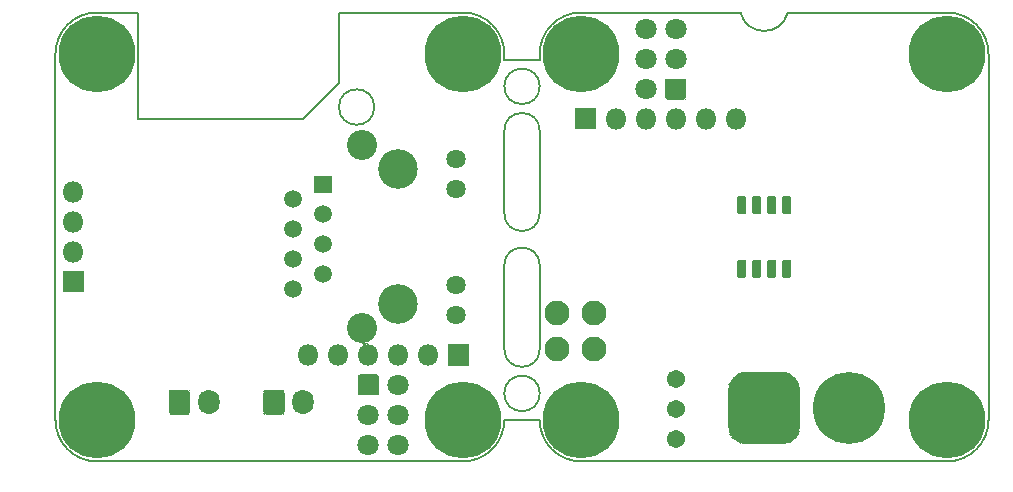
<source format=gbr>
%TF.GenerationSoftware,KiCad,Pcbnew,(5.1.8-0-10_14)*%
%TF.CreationDate,2021-02-10T22:24:43+01:00*%
%TF.ProjectId,ethersweep,65746865-7273-4776-9565-702e6b696361,rev?*%
%TF.SameCoordinates,Original*%
%TF.FileFunction,Soldermask,Bot*%
%TF.FilePolarity,Negative*%
%FSLAX46Y46*%
G04 Gerber Fmt 4.6, Leading zero omitted, Abs format (unit mm)*
G04 Created by KiCad (PCBNEW (5.1.8-0-10_14)) date 2021-02-10 22:24:43*
%MOMM*%
%LPD*%
G01*
G04 APERTURE LIST*
%TA.AperFunction,Profile*%
%ADD10C,0.150000*%
%TD*%
%ADD11C,1.802000*%
%ADD12C,6.502000*%
%ADD13C,0.902000*%
%ADD14O,1.802000X1.802000*%
%ADD15O,1.802000X2.102000*%
%ADD16C,1.500000*%
%ADD17C,1.632000*%
%ADD18C,2.547000*%
%ADD19C,3.352000*%
%ADD20C,1.542000*%
%ADD21C,6.102000*%
%ADD22C,2.102000*%
%ADD23C,0.100000*%
G04 APERTURE END LIST*
D10*
X163500000Y-98000000D02*
G75*
G02*
X160500000Y-98000000I-1500000J0D01*
G01*
X160500000Y-91000000D02*
G75*
G02*
X163500000Y-91000000I1500000J0D01*
G01*
X163500000Y-98000000D02*
X163500000Y-91000000D01*
X160500000Y-91000000D02*
X160500000Y-98000000D01*
X160500000Y-102400000D02*
G75*
G02*
X163500000Y-102400000I1500000J0D01*
G01*
X160500000Y-102400000D02*
X160500000Y-109500000D01*
X163500000Y-109500000D02*
X163500000Y-102400000D01*
X163500000Y-109500000D02*
G75*
G02*
X160500000Y-109500000I-1500000J0D01*
G01*
X163500000Y-87250000D02*
G75*
G03*
X163500000Y-87250000I-1500000J0D01*
G01*
X163500000Y-113250000D02*
G75*
G03*
X163500000Y-113250000I-1500000J0D01*
G01*
X160500000Y-84500000D02*
X160500000Y-85000000D01*
X163500000Y-84500000D02*
X163500000Y-85000000D01*
X160500000Y-115500000D02*
X163500000Y-115500000D01*
X163500000Y-85000000D02*
X160500000Y-85000000D01*
X149500000Y-89000000D02*
G75*
G03*
X149500000Y-89000000I-1500000J0D01*
G01*
X129500000Y-90000000D02*
X129500000Y-81000000D01*
X126000000Y-81000000D02*
X129500000Y-81000000D01*
X126000000Y-81000000D02*
G75*
G03*
X122500000Y-84500000I0J-3500000D01*
G01*
X146500000Y-81000000D02*
X157000000Y-81000000D01*
X143500000Y-90000000D02*
X129500000Y-90000000D01*
X146500000Y-87000000D02*
X143500000Y-90000000D01*
X146500000Y-81000000D02*
X146500000Y-87000000D01*
X180500000Y-81000000D02*
X167000000Y-81000000D01*
X184500000Y-81000000D02*
X198000000Y-81000000D01*
X184500000Y-81000000D02*
G75*
G02*
X180500000Y-81000000I-2000000J500000D01*
G01*
X163500000Y-84500000D02*
G75*
G02*
X167000000Y-81000000I3500000J0D01*
G01*
X201500000Y-115500000D02*
G75*
G02*
X198000000Y-119000000I-3500000J0D01*
G01*
X167000000Y-119000000D02*
G75*
G02*
X163500000Y-115500000I0J3500000D01*
G01*
X167000000Y-119000000D02*
X198000000Y-119000000D01*
X198000000Y-81000000D02*
G75*
G02*
X201500000Y-84500000I0J-3500000D01*
G01*
X201500000Y-115500000D02*
X201500000Y-84500000D01*
X122500000Y-115500000D02*
X122500000Y-84500000D01*
X160500000Y-84500000D02*
G75*
G03*
X157000000Y-81000000I-3500000J0D01*
G01*
X157000000Y-119000000D02*
G75*
G03*
X160500000Y-115500000I0J3500000D01*
G01*
X122500000Y-115500000D02*
G75*
G03*
X126000000Y-119000000I3500000J0D01*
G01*
X157000000Y-119000000D02*
X126000000Y-119000000D01*
X163500000Y-98000000D02*
G75*
G02*
X160500000Y-98000000I-1500000J0D01*
G01*
X160500000Y-91000000D02*
G75*
G02*
X163500000Y-91000000I1500000J0D01*
G01*
X163500000Y-98000000D02*
X163500000Y-91000000D01*
X160500000Y-91000000D02*
X160500000Y-98000000D01*
X160500000Y-102400000D02*
G75*
G02*
X163500000Y-102400000I1500000J0D01*
G01*
X160500000Y-102400000D02*
X160500000Y-109500000D01*
X163500000Y-109500000D02*
X163500000Y-102400000D01*
X163500000Y-109500000D02*
G75*
G02*
X160500000Y-109500000I-1500000J0D01*
G01*
X163500000Y-87250000D02*
G75*
G03*
X163500000Y-87250000I-1500000J0D01*
G01*
X163500000Y-113250000D02*
G75*
G03*
X163500000Y-113250000I-1500000J0D01*
G01*
X160500000Y-84500000D02*
X160500000Y-85000000D01*
X163500000Y-84500000D02*
X163500000Y-85000000D01*
X160500000Y-115500000D02*
X163500000Y-115500000D01*
X163500000Y-85000000D02*
X160500000Y-85000000D01*
X149500000Y-89000000D02*
G75*
G03*
X149500000Y-89000000I-1500000J0D01*
G01*
X129500000Y-90000000D02*
X129500000Y-81000000D01*
X126000000Y-81000000D02*
X129500000Y-81000000D01*
X126000000Y-81000000D02*
G75*
G03*
X122500000Y-84500000I0J-3500000D01*
G01*
X146500000Y-81000000D02*
X157000000Y-81000000D01*
X143500000Y-90000000D02*
X129500000Y-90000000D01*
X146500000Y-87000000D02*
X143500000Y-90000000D01*
X146500000Y-81000000D02*
X146500000Y-87000000D01*
X180500000Y-81000000D02*
X167000000Y-81000000D01*
X184500000Y-81000000D02*
X198000000Y-81000000D01*
X184500000Y-81000000D02*
G75*
G02*
X180500000Y-81000000I-2000000J500000D01*
G01*
X163500000Y-84500000D02*
G75*
G02*
X167000000Y-81000000I3500000J0D01*
G01*
X201500000Y-115500000D02*
G75*
G02*
X198000000Y-119000000I-3500000J0D01*
G01*
X167000000Y-119000000D02*
G75*
G02*
X163500000Y-115500000I0J3500000D01*
G01*
X167000000Y-119000000D02*
X198000000Y-119000000D01*
X198000000Y-81000000D02*
G75*
G02*
X201500000Y-84500000I0J-3500000D01*
G01*
X201500000Y-115500000D02*
X201500000Y-84500000D01*
X122500000Y-115500000D02*
X122500000Y-84500000D01*
X160500000Y-84500000D02*
G75*
G03*
X157000000Y-81000000I-3500000J0D01*
G01*
X157000000Y-119000000D02*
G75*
G03*
X160500000Y-115500000I0J3500000D01*
G01*
X122500000Y-115500000D02*
G75*
G03*
X126000000Y-119000000I3500000J0D01*
G01*
X157000000Y-119000000D02*
X126000000Y-119000000D01*
G36*
G01*
X148099000Y-113136000D02*
X148099000Y-111864000D01*
G75*
G02*
X148364000Y-111599000I265000J0D01*
G01*
X149636000Y-111599000D01*
G75*
G02*
X149901000Y-111864000I0J-265000D01*
G01*
X149901000Y-113136000D01*
G75*
G02*
X149636000Y-113401000I-265000J0D01*
G01*
X148364000Y-113401000D01*
G75*
G02*
X148099000Y-113136000I0J265000D01*
G01*
G37*
D11*
X149000000Y-115040000D03*
X149000000Y-117580000D03*
X151540000Y-112500000D03*
X151540000Y-115040000D03*
X151540000Y-117580000D03*
G36*
G01*
X175901000Y-86864000D02*
X175901000Y-88136000D01*
G75*
G02*
X175636000Y-88401000I-265000J0D01*
G01*
X174364000Y-88401000D01*
G75*
G02*
X174099000Y-88136000I0J265000D01*
G01*
X174099000Y-86864000D01*
G75*
G02*
X174364000Y-86599000I265000J0D01*
G01*
X175636000Y-86599000D01*
G75*
G02*
X175901000Y-86864000I0J-265000D01*
G01*
G37*
X175000000Y-84960000D03*
X175000000Y-82420000D03*
X172460000Y-87500000D03*
X172460000Y-84960000D03*
X172460000Y-82420000D03*
D12*
X167000000Y-115500000D03*
D13*
X169400000Y-115500000D03*
X168697056Y-117197056D03*
X167000000Y-117900000D03*
X165302944Y-117197056D03*
X164600000Y-115500000D03*
X165302944Y-113802944D03*
X167000000Y-113100000D03*
X168697056Y-113802944D03*
X199697056Y-113777945D03*
X198000000Y-113075001D03*
X196302944Y-113777945D03*
X195600000Y-115475001D03*
X196302944Y-117172057D03*
X198000000Y-117875001D03*
X199697056Y-117172057D03*
X200400000Y-115475001D03*
D12*
X198000000Y-115475001D03*
X198000000Y-84500000D03*
D13*
X200400000Y-84500000D03*
X199697056Y-86197056D03*
X198000000Y-86900000D03*
X196302944Y-86197056D03*
X195600000Y-84500000D03*
X196302944Y-82802944D03*
X198000000Y-82100000D03*
X199697056Y-82802944D03*
X168697056Y-82802944D03*
X167000000Y-82100000D03*
X165302944Y-82802944D03*
X164600000Y-84500000D03*
X165302944Y-86197056D03*
X167000000Y-86900000D03*
X168697056Y-86197056D03*
X169400000Y-84500000D03*
D12*
X167000000Y-84500000D03*
G36*
G01*
X124901000Y-102950000D02*
X124901000Y-104650000D01*
G75*
G02*
X124850000Y-104701000I-51000J0D01*
G01*
X123150000Y-104701000D01*
G75*
G02*
X123099000Y-104650000I0J51000D01*
G01*
X123099000Y-102950000D01*
G75*
G02*
X123150000Y-102899000I51000J0D01*
G01*
X124850000Y-102899000D01*
G75*
G02*
X124901000Y-102950000I0J-51000D01*
G01*
G37*
D14*
X124000000Y-101260000D03*
X124000000Y-98720000D03*
X124000000Y-96180000D03*
G36*
G01*
X132099000Y-114786000D02*
X132099000Y-113214000D01*
G75*
G02*
X132364000Y-112949000I265000J0D01*
G01*
X133636000Y-112949000D01*
G75*
G02*
X133901000Y-113214000I0J-265000D01*
G01*
X133901000Y-114786000D01*
G75*
G02*
X133636000Y-115051000I-265000J0D01*
G01*
X132364000Y-115051000D01*
G75*
G02*
X132099000Y-114786000I0J265000D01*
G01*
G37*
D15*
X135500000Y-114000000D03*
X143500000Y-114000000D03*
G36*
G01*
X140099000Y-114786000D02*
X140099000Y-113214000D01*
G75*
G02*
X140364000Y-112949000I265000J0D01*
G01*
X141636000Y-112949000D01*
G75*
G02*
X141901000Y-113214000I0J-265000D01*
G01*
X141901000Y-114786000D01*
G75*
G02*
X141636000Y-115051000I-265000J0D01*
G01*
X140364000Y-115051000D01*
G75*
G02*
X140099000Y-114786000I0J265000D01*
G01*
G37*
G36*
G01*
X145849000Y-96300000D02*
X144451000Y-96300000D01*
G75*
G02*
X144400000Y-96249000I0J51000D01*
G01*
X144400000Y-94851000D01*
G75*
G02*
X144451000Y-94800000I51000J0D01*
G01*
X145849000Y-94800000D01*
G75*
G02*
X145900000Y-94851000I0J-51000D01*
G01*
X145900000Y-96249000D01*
G75*
G02*
X145849000Y-96300000I-51000J0D01*
G01*
G37*
D16*
X142610000Y-96820000D03*
X145150000Y-98090000D03*
X142610000Y-99360000D03*
X145150000Y-100630000D03*
X142610000Y-101900000D03*
X145150000Y-103170000D03*
X142610000Y-104440000D03*
D17*
X156400000Y-93375000D03*
X156400000Y-95915000D03*
X156400000Y-106625000D03*
X156400000Y-104085000D03*
D18*
X148450000Y-92255000D03*
X148450000Y-107745000D03*
D19*
X151500000Y-105715000D03*
X151500000Y-94285000D03*
D20*
X175000000Y-112000000D03*
X175000000Y-114540000D03*
X175000000Y-117080000D03*
G36*
G01*
X180244000Y-98000000D02*
X180244000Y-96600000D01*
G75*
G02*
X180295000Y-96549000I51000J0D01*
G01*
X180895000Y-96549000D01*
G75*
G02*
X180946000Y-96600000I0J-51000D01*
G01*
X180946000Y-98000000D01*
G75*
G02*
X180895000Y-98051000I-51000J0D01*
G01*
X180295000Y-98051000D01*
G75*
G02*
X180244000Y-98000000I0J51000D01*
G01*
G37*
G36*
G01*
X181514000Y-98000000D02*
X181514000Y-96600000D01*
G75*
G02*
X181565000Y-96549000I51000J0D01*
G01*
X182165000Y-96549000D01*
G75*
G02*
X182216000Y-96600000I0J-51000D01*
G01*
X182216000Y-98000000D01*
G75*
G02*
X182165000Y-98051000I-51000J0D01*
G01*
X181565000Y-98051000D01*
G75*
G02*
X181514000Y-98000000I0J51000D01*
G01*
G37*
G36*
G01*
X182784000Y-98000000D02*
X182784000Y-96600000D01*
G75*
G02*
X182835000Y-96549000I51000J0D01*
G01*
X183435000Y-96549000D01*
G75*
G02*
X183486000Y-96600000I0J-51000D01*
G01*
X183486000Y-98000000D01*
G75*
G02*
X183435000Y-98051000I-51000J0D01*
G01*
X182835000Y-98051000D01*
G75*
G02*
X182784000Y-98000000I0J51000D01*
G01*
G37*
G36*
G01*
X184054000Y-98000000D02*
X184054000Y-96600000D01*
G75*
G02*
X184105000Y-96549000I51000J0D01*
G01*
X184705000Y-96549000D01*
G75*
G02*
X184756000Y-96600000I0J-51000D01*
G01*
X184756000Y-98000000D01*
G75*
G02*
X184705000Y-98051000I-51000J0D01*
G01*
X184105000Y-98051000D01*
G75*
G02*
X184054000Y-98000000I0J51000D01*
G01*
G37*
G36*
G01*
X184054000Y-103400000D02*
X184054000Y-102000000D01*
G75*
G02*
X184105000Y-101949000I51000J0D01*
G01*
X184705000Y-101949000D01*
G75*
G02*
X184756000Y-102000000I0J-51000D01*
G01*
X184756000Y-103400000D01*
G75*
G02*
X184705000Y-103451000I-51000J0D01*
G01*
X184105000Y-103451000D01*
G75*
G02*
X184054000Y-103400000I0J51000D01*
G01*
G37*
G36*
G01*
X182784000Y-103400000D02*
X182784000Y-102000000D01*
G75*
G02*
X182835000Y-101949000I51000J0D01*
G01*
X183435000Y-101949000D01*
G75*
G02*
X183486000Y-102000000I0J-51000D01*
G01*
X183486000Y-103400000D01*
G75*
G02*
X183435000Y-103451000I-51000J0D01*
G01*
X182835000Y-103451000D01*
G75*
G02*
X182784000Y-103400000I0J51000D01*
G01*
G37*
G36*
G01*
X181514000Y-103400000D02*
X181514000Y-102000000D01*
G75*
G02*
X181565000Y-101949000I51000J0D01*
G01*
X182165000Y-101949000D01*
G75*
G02*
X182216000Y-102000000I0J-51000D01*
G01*
X182216000Y-103400000D01*
G75*
G02*
X182165000Y-103451000I-51000J0D01*
G01*
X181565000Y-103451000D01*
G75*
G02*
X181514000Y-103400000I0J51000D01*
G01*
G37*
G36*
G01*
X180244000Y-103400000D02*
X180244000Y-102000000D01*
G75*
G02*
X180295000Y-101949000I51000J0D01*
G01*
X180895000Y-101949000D01*
G75*
G02*
X180946000Y-102000000I0J-51000D01*
G01*
X180946000Y-103400000D01*
G75*
G02*
X180895000Y-103451000I-51000J0D01*
G01*
X180295000Y-103451000D01*
G75*
G02*
X180244000Y-103400000I0J51000D01*
G01*
G37*
D21*
X189700000Y-114500000D03*
G36*
G01*
X179449000Y-116025500D02*
X179449000Y-112974500D01*
G75*
G02*
X180974500Y-111449000I1525500J0D01*
G01*
X184025500Y-111449000D01*
G75*
G02*
X185551000Y-112974500I0J-1525500D01*
G01*
X185551000Y-116025500D01*
G75*
G02*
X184025500Y-117551000I-1525500J0D01*
G01*
X180974500Y-117551000D01*
G75*
G02*
X179449000Y-116025500I0J1525500D01*
G01*
G37*
D12*
X126000000Y-115500000D03*
D13*
X128400000Y-115500000D03*
X127697056Y-113802944D03*
X126000000Y-113100000D03*
X124302944Y-113802944D03*
X123600000Y-115500000D03*
X124302944Y-117197056D03*
X126000000Y-117900000D03*
X127697056Y-117197056D03*
X158697056Y-117197056D03*
X157000000Y-117900000D03*
X155302944Y-117197056D03*
X154600000Y-115500000D03*
X155302944Y-113802944D03*
X157000000Y-113100000D03*
X158697056Y-113802944D03*
X159400000Y-115500000D03*
D12*
X157000000Y-115500000D03*
X157000000Y-84500000D03*
D13*
X159400000Y-84500000D03*
X158697056Y-82802944D03*
X157000000Y-82100000D03*
X155302944Y-82802944D03*
X154600000Y-84500000D03*
X155302944Y-86197056D03*
X157000000Y-86900000D03*
X158697056Y-86197056D03*
X127697056Y-86197056D03*
X126000000Y-86900000D03*
X124302944Y-86197056D03*
X123600000Y-84500000D03*
X124302944Y-82802944D03*
X126000000Y-82100000D03*
X127697056Y-82802944D03*
X128400000Y-84500000D03*
D12*
X126000000Y-84500000D03*
D22*
X164974999Y-109500000D03*
X165000000Y-106400000D03*
D14*
X143920000Y-110000000D03*
X146460000Y-110000000D03*
X149000000Y-110000000D03*
X151540000Y-110000000D03*
X154080000Y-110000000D03*
G36*
G01*
X157470000Y-110901000D02*
X155770000Y-110901000D01*
G75*
G02*
X155719000Y-110850000I0J51000D01*
G01*
X155719000Y-109150000D01*
G75*
G02*
X155770000Y-109099000I51000J0D01*
G01*
X157470000Y-109099000D01*
G75*
G02*
X157521000Y-109150000I0J-51000D01*
G01*
X157521000Y-110850000D01*
G75*
G02*
X157470000Y-110901000I-51000J0D01*
G01*
G37*
G36*
G01*
X168230000Y-90901000D02*
X166530000Y-90901000D01*
G75*
G02*
X166479000Y-90850000I0J51000D01*
G01*
X166479000Y-89150000D01*
G75*
G02*
X166530000Y-89099000I51000J0D01*
G01*
X168230000Y-89099000D01*
G75*
G02*
X168281000Y-89150000I0J-51000D01*
G01*
X168281000Y-90850000D01*
G75*
G02*
X168230000Y-90901000I-51000J0D01*
G01*
G37*
X169920000Y-90000000D03*
X172460000Y-90000000D03*
X175000000Y-90000000D03*
X177540000Y-90000000D03*
X180080000Y-90000000D03*
D22*
X168100000Y-109500000D03*
X168100000Y-106400000D03*
D23*
G36*
X179450990Y-116025304D02*
G01*
X179480282Y-116322715D01*
X179566979Y-116608515D01*
X179707764Y-116871906D01*
X179897230Y-117102770D01*
X180128094Y-117292236D01*
X180391485Y-117433021D01*
X180677285Y-117519718D01*
X180974696Y-117549010D01*
X180976322Y-117550175D01*
X180976126Y-117552165D01*
X180974500Y-117553000D01*
X180918140Y-117553000D01*
X180917944Y-117552990D01*
X180626507Y-117524286D01*
X180626122Y-117524210D01*
X180351782Y-117440990D01*
X180351420Y-117440840D01*
X180098595Y-117305702D01*
X180098269Y-117305484D01*
X179876661Y-117123616D01*
X179876384Y-117123339D01*
X179694516Y-116901731D01*
X179694298Y-116901405D01*
X179559160Y-116648580D01*
X179559010Y-116648218D01*
X179475790Y-116373878D01*
X179475714Y-116373493D01*
X179447010Y-116082056D01*
X179447000Y-116081860D01*
X179447000Y-116025500D01*
X179448000Y-116023768D01*
X179450000Y-116023768D01*
X179450990Y-116025304D01*
G37*
G36*
X185552165Y-116023874D02*
G01*
X185553000Y-116025500D01*
X185553000Y-116081860D01*
X185552990Y-116082056D01*
X185524286Y-116373493D01*
X185524210Y-116373878D01*
X185440990Y-116648218D01*
X185440840Y-116648580D01*
X185305702Y-116901405D01*
X185305484Y-116901731D01*
X185123616Y-117123339D01*
X185123339Y-117123616D01*
X184901731Y-117305484D01*
X184901405Y-117305702D01*
X184648580Y-117440840D01*
X184648218Y-117440990D01*
X184373878Y-117524210D01*
X184373493Y-117524286D01*
X184082056Y-117552990D01*
X184081860Y-117553000D01*
X184025500Y-117553000D01*
X184023768Y-117552000D01*
X184023768Y-117550000D01*
X184025304Y-117549010D01*
X184322715Y-117519718D01*
X184608515Y-117433021D01*
X184871906Y-117292236D01*
X185102770Y-117102770D01*
X185292236Y-116871906D01*
X185433021Y-116608515D01*
X185519718Y-116322715D01*
X185549010Y-116025304D01*
X185550175Y-116023678D01*
X185552165Y-116023874D01*
G37*
G36*
X140100990Y-114785804D02*
G01*
X140106062Y-114837304D01*
X140121029Y-114886642D01*
X140145332Y-114932110D01*
X140178038Y-114971962D01*
X140217890Y-115004668D01*
X140263358Y-115028971D01*
X140312696Y-115043938D01*
X140364196Y-115049010D01*
X140365822Y-115050175D01*
X140365626Y-115052165D01*
X140364000Y-115053000D01*
X140281903Y-115053000D01*
X140281707Y-115052990D01*
X140241204Y-115049001D01*
X140240819Y-115048925D01*
X140207767Y-115038899D01*
X140207405Y-115038749D01*
X140176954Y-115022472D01*
X140176628Y-115022254D01*
X140149932Y-115000345D01*
X140149655Y-115000068D01*
X140127746Y-114973372D01*
X140127528Y-114973046D01*
X140111251Y-114942595D01*
X140111101Y-114942233D01*
X140101075Y-114909181D01*
X140100999Y-114908796D01*
X140097010Y-114868293D01*
X140097000Y-114868097D01*
X140097000Y-114786000D01*
X140098000Y-114784268D01*
X140100000Y-114784268D01*
X140100990Y-114785804D01*
G37*
G36*
X141902165Y-114784374D02*
G01*
X141903000Y-114786000D01*
X141903000Y-114868097D01*
X141902990Y-114868293D01*
X141899001Y-114908796D01*
X141898925Y-114909181D01*
X141888899Y-114942233D01*
X141888749Y-114942595D01*
X141872472Y-114973046D01*
X141872254Y-114973372D01*
X141850345Y-115000068D01*
X141850068Y-115000345D01*
X141823372Y-115022254D01*
X141823046Y-115022472D01*
X141792595Y-115038749D01*
X141792233Y-115038899D01*
X141759181Y-115048925D01*
X141758796Y-115049001D01*
X141718293Y-115052990D01*
X141718097Y-115053000D01*
X141636000Y-115053000D01*
X141634268Y-115052000D01*
X141634268Y-115050000D01*
X141635804Y-115049010D01*
X141687304Y-115043938D01*
X141736642Y-115028971D01*
X141782110Y-115004668D01*
X141821962Y-114971962D01*
X141854668Y-114932110D01*
X141878971Y-114886642D01*
X141893938Y-114837304D01*
X141899010Y-114785804D01*
X141900175Y-114784178D01*
X141902165Y-114784374D01*
G37*
G36*
X133902165Y-114784374D02*
G01*
X133903000Y-114786000D01*
X133903000Y-114868097D01*
X133902990Y-114868293D01*
X133899001Y-114908796D01*
X133898925Y-114909181D01*
X133888899Y-114942233D01*
X133888749Y-114942595D01*
X133872472Y-114973046D01*
X133872254Y-114973372D01*
X133850345Y-115000068D01*
X133850068Y-115000345D01*
X133823372Y-115022254D01*
X133823046Y-115022472D01*
X133792595Y-115038749D01*
X133792233Y-115038899D01*
X133759181Y-115048925D01*
X133758796Y-115049001D01*
X133718293Y-115052990D01*
X133718097Y-115053000D01*
X133636000Y-115053000D01*
X133634268Y-115052000D01*
X133634268Y-115050000D01*
X133635804Y-115049010D01*
X133687304Y-115043938D01*
X133736642Y-115028971D01*
X133782110Y-115004668D01*
X133821962Y-114971962D01*
X133854668Y-114932110D01*
X133878971Y-114886642D01*
X133893938Y-114837304D01*
X133899010Y-114785804D01*
X133900175Y-114784178D01*
X133902165Y-114784374D01*
G37*
G36*
X132100990Y-114785804D02*
G01*
X132106062Y-114837304D01*
X132121029Y-114886642D01*
X132145332Y-114932110D01*
X132178038Y-114971962D01*
X132217890Y-115004668D01*
X132263358Y-115028971D01*
X132312696Y-115043938D01*
X132364196Y-115049010D01*
X132365822Y-115050175D01*
X132365626Y-115052165D01*
X132364000Y-115053000D01*
X132281903Y-115053000D01*
X132281707Y-115052990D01*
X132241204Y-115049001D01*
X132240819Y-115048925D01*
X132207767Y-115038899D01*
X132207405Y-115038749D01*
X132176954Y-115022472D01*
X132176628Y-115022254D01*
X132149932Y-115000345D01*
X132149655Y-115000068D01*
X132127746Y-114973372D01*
X132127528Y-114973046D01*
X132111251Y-114942595D01*
X132111101Y-114942233D01*
X132101075Y-114909181D01*
X132100999Y-114908796D01*
X132097010Y-114868293D01*
X132097000Y-114868097D01*
X132097000Y-114786000D01*
X132098000Y-114784268D01*
X132100000Y-114784268D01*
X132100990Y-114785804D01*
G37*
G36*
X149902165Y-113134374D02*
G01*
X149903000Y-113136000D01*
X149903000Y-113218097D01*
X149902990Y-113218293D01*
X149899001Y-113258796D01*
X149898925Y-113259181D01*
X149888899Y-113292233D01*
X149888749Y-113292595D01*
X149872472Y-113323046D01*
X149872254Y-113323372D01*
X149850345Y-113350068D01*
X149850068Y-113350345D01*
X149823372Y-113372254D01*
X149823046Y-113372472D01*
X149792595Y-113388749D01*
X149792233Y-113388899D01*
X149759181Y-113398925D01*
X149758796Y-113399001D01*
X149718293Y-113402990D01*
X149718097Y-113403000D01*
X149636000Y-113403000D01*
X149634268Y-113402000D01*
X149634268Y-113400000D01*
X149635804Y-113399010D01*
X149687304Y-113393938D01*
X149736642Y-113378971D01*
X149782110Y-113354668D01*
X149821962Y-113321962D01*
X149854668Y-113282110D01*
X149878971Y-113236642D01*
X149893938Y-113187304D01*
X149899010Y-113135804D01*
X149900175Y-113134178D01*
X149902165Y-113134374D01*
G37*
G36*
X148100990Y-113135804D02*
G01*
X148106062Y-113187304D01*
X148121029Y-113236642D01*
X148145332Y-113282110D01*
X148178038Y-113321962D01*
X148217890Y-113354668D01*
X148263358Y-113378971D01*
X148312696Y-113393938D01*
X148364196Y-113399010D01*
X148365822Y-113400175D01*
X148365626Y-113402165D01*
X148364000Y-113403000D01*
X148281903Y-113403000D01*
X148281707Y-113402990D01*
X148241204Y-113399001D01*
X148240819Y-113398925D01*
X148207767Y-113388899D01*
X148207405Y-113388749D01*
X148176954Y-113372472D01*
X148176628Y-113372254D01*
X148149932Y-113350345D01*
X148149655Y-113350068D01*
X148127746Y-113323372D01*
X148127528Y-113323046D01*
X148111251Y-113292595D01*
X148111101Y-113292233D01*
X148101075Y-113259181D01*
X148100999Y-113258796D01*
X148097010Y-113218293D01*
X148097000Y-113218097D01*
X148097000Y-113136000D01*
X148098000Y-113134268D01*
X148100000Y-113134268D01*
X148100990Y-113135804D01*
G37*
G36*
X140365732Y-112948000D02*
G01*
X140365732Y-112950000D01*
X140364196Y-112950990D01*
X140312696Y-112956062D01*
X140263358Y-112971029D01*
X140217890Y-112995332D01*
X140178038Y-113028038D01*
X140145332Y-113067890D01*
X140121029Y-113113358D01*
X140106062Y-113162696D01*
X140100990Y-113214196D01*
X140099825Y-113215822D01*
X140097835Y-113215626D01*
X140097000Y-113214000D01*
X140097000Y-113131903D01*
X140097010Y-113131707D01*
X140100999Y-113091204D01*
X140101075Y-113090819D01*
X140111101Y-113057767D01*
X140111251Y-113057405D01*
X140127528Y-113026954D01*
X140127746Y-113026628D01*
X140149655Y-112999932D01*
X140149932Y-112999655D01*
X140176628Y-112977746D01*
X140176954Y-112977528D01*
X140207405Y-112961251D01*
X140207767Y-112961101D01*
X140240819Y-112951075D01*
X140241204Y-112950999D01*
X140281707Y-112947010D01*
X140281903Y-112947000D01*
X140364000Y-112947000D01*
X140365732Y-112948000D01*
G37*
G36*
X132365732Y-112948000D02*
G01*
X132365732Y-112950000D01*
X132364196Y-112950990D01*
X132312696Y-112956062D01*
X132263358Y-112971029D01*
X132217890Y-112995332D01*
X132178038Y-113028038D01*
X132145332Y-113067890D01*
X132121029Y-113113358D01*
X132106062Y-113162696D01*
X132100990Y-113214196D01*
X132099825Y-113215822D01*
X132097835Y-113215626D01*
X132097000Y-113214000D01*
X132097000Y-113131903D01*
X132097010Y-113131707D01*
X132100999Y-113091204D01*
X132101075Y-113090819D01*
X132111101Y-113057767D01*
X132111251Y-113057405D01*
X132127528Y-113026954D01*
X132127746Y-113026628D01*
X132149655Y-112999932D01*
X132149932Y-112999655D01*
X132176628Y-112977746D01*
X132176954Y-112977528D01*
X132207405Y-112961251D01*
X132207767Y-112961101D01*
X132240819Y-112951075D01*
X132241204Y-112950999D01*
X132281707Y-112947010D01*
X132281903Y-112947000D01*
X132364000Y-112947000D01*
X132365732Y-112948000D01*
G37*
G36*
X141718293Y-112947010D02*
G01*
X141758796Y-112950999D01*
X141759181Y-112951075D01*
X141792233Y-112961101D01*
X141792595Y-112961251D01*
X141823046Y-112977528D01*
X141823372Y-112977746D01*
X141850068Y-112999655D01*
X141850345Y-112999932D01*
X141872254Y-113026628D01*
X141872472Y-113026954D01*
X141888749Y-113057405D01*
X141888899Y-113057767D01*
X141898925Y-113090819D01*
X141899001Y-113091204D01*
X141902990Y-113131707D01*
X141903000Y-113131903D01*
X141903000Y-113214000D01*
X141902000Y-113215732D01*
X141900000Y-113215732D01*
X141899010Y-113214196D01*
X141893938Y-113162696D01*
X141878971Y-113113358D01*
X141854668Y-113067890D01*
X141821962Y-113028038D01*
X141782110Y-112995332D01*
X141736642Y-112971029D01*
X141687304Y-112956062D01*
X141635804Y-112950990D01*
X141634178Y-112949825D01*
X141634374Y-112947835D01*
X141636000Y-112947000D01*
X141718097Y-112947000D01*
X141718293Y-112947010D01*
G37*
G36*
X133718293Y-112947010D02*
G01*
X133758796Y-112950999D01*
X133759181Y-112951075D01*
X133792233Y-112961101D01*
X133792595Y-112961251D01*
X133823046Y-112977528D01*
X133823372Y-112977746D01*
X133850068Y-112999655D01*
X133850345Y-112999932D01*
X133872254Y-113026628D01*
X133872472Y-113026954D01*
X133888749Y-113057405D01*
X133888899Y-113057767D01*
X133898925Y-113090819D01*
X133899001Y-113091204D01*
X133902990Y-113131707D01*
X133903000Y-113131903D01*
X133903000Y-113214000D01*
X133902000Y-113215732D01*
X133900000Y-113215732D01*
X133899010Y-113214196D01*
X133893938Y-113162696D01*
X133878971Y-113113358D01*
X133854668Y-113067890D01*
X133821962Y-113028038D01*
X133782110Y-112995332D01*
X133736642Y-112971029D01*
X133687304Y-112956062D01*
X133635804Y-112950990D01*
X133634178Y-112949825D01*
X133634374Y-112947835D01*
X133636000Y-112947000D01*
X133718097Y-112947000D01*
X133718293Y-112947010D01*
G37*
G36*
X180976232Y-111448000D02*
G01*
X180976232Y-111450000D01*
X180974696Y-111450990D01*
X180677285Y-111480282D01*
X180391485Y-111566979D01*
X180128094Y-111707764D01*
X179897230Y-111897230D01*
X179707764Y-112128094D01*
X179566979Y-112391485D01*
X179480282Y-112677285D01*
X179450990Y-112974696D01*
X179449825Y-112976322D01*
X179447835Y-112976126D01*
X179447000Y-112974500D01*
X179447000Y-112918140D01*
X179447010Y-112917944D01*
X179475714Y-112626507D01*
X179475790Y-112626122D01*
X179559010Y-112351782D01*
X179559160Y-112351420D01*
X179694298Y-112098595D01*
X179694516Y-112098269D01*
X179876384Y-111876661D01*
X179876661Y-111876384D01*
X180098269Y-111694516D01*
X180098595Y-111694298D01*
X180351420Y-111559160D01*
X180351782Y-111559010D01*
X180626122Y-111475790D01*
X180626507Y-111475714D01*
X180917944Y-111447010D01*
X180918140Y-111447000D01*
X180974500Y-111447000D01*
X180976232Y-111448000D01*
G37*
G36*
X184082056Y-111447010D02*
G01*
X184373493Y-111475714D01*
X184373878Y-111475790D01*
X184648218Y-111559010D01*
X184648580Y-111559160D01*
X184901405Y-111694298D01*
X184901731Y-111694516D01*
X185123339Y-111876384D01*
X185123616Y-111876661D01*
X185305484Y-112098269D01*
X185305702Y-112098595D01*
X185440840Y-112351420D01*
X185440990Y-112351782D01*
X185524210Y-112626122D01*
X185524286Y-112626507D01*
X185552990Y-112917944D01*
X185553000Y-112918140D01*
X185553000Y-112974500D01*
X185552000Y-112976232D01*
X185550000Y-112976232D01*
X185549010Y-112974696D01*
X185519718Y-112677285D01*
X185433021Y-112391485D01*
X185292236Y-112128094D01*
X185102770Y-111897230D01*
X184871906Y-111707764D01*
X184608515Y-111566979D01*
X184322715Y-111480282D01*
X184025304Y-111450990D01*
X184023678Y-111449825D01*
X184023874Y-111447835D01*
X184025500Y-111447000D01*
X184081860Y-111447000D01*
X184082056Y-111447010D01*
G37*
G36*
X148365732Y-111598000D02*
G01*
X148365732Y-111600000D01*
X148364196Y-111600990D01*
X148312696Y-111606062D01*
X148263358Y-111621029D01*
X148217890Y-111645332D01*
X148178038Y-111678038D01*
X148145332Y-111717890D01*
X148121029Y-111763358D01*
X148106062Y-111812696D01*
X148100990Y-111864196D01*
X148099825Y-111865822D01*
X148097835Y-111865626D01*
X148097000Y-111864000D01*
X148097000Y-111781903D01*
X148097010Y-111781707D01*
X148100999Y-111741204D01*
X148101075Y-111740819D01*
X148111101Y-111707767D01*
X148111251Y-111707405D01*
X148127528Y-111676954D01*
X148127746Y-111676628D01*
X148149655Y-111649932D01*
X148149932Y-111649655D01*
X148176628Y-111627746D01*
X148176954Y-111627528D01*
X148207405Y-111611251D01*
X148207767Y-111611101D01*
X148240819Y-111601075D01*
X148241204Y-111600999D01*
X148281707Y-111597010D01*
X148281903Y-111597000D01*
X148364000Y-111597000D01*
X148365732Y-111598000D01*
G37*
G36*
X149718293Y-111597010D02*
G01*
X149758796Y-111600999D01*
X149759181Y-111601075D01*
X149792233Y-111611101D01*
X149792595Y-111611251D01*
X149823046Y-111627528D01*
X149823372Y-111627746D01*
X149850068Y-111649655D01*
X149850345Y-111649932D01*
X149872254Y-111676628D01*
X149872472Y-111676954D01*
X149888749Y-111707405D01*
X149888899Y-111707767D01*
X149898925Y-111740819D01*
X149899001Y-111741204D01*
X149902990Y-111781707D01*
X149903000Y-111781903D01*
X149903000Y-111864000D01*
X149902000Y-111865732D01*
X149900000Y-111865732D01*
X149899010Y-111864196D01*
X149893938Y-111812696D01*
X149878971Y-111763358D01*
X149854668Y-111717890D01*
X149821962Y-111678038D01*
X149782110Y-111645332D01*
X149736642Y-111621029D01*
X149687304Y-111606062D01*
X149635804Y-111600990D01*
X149634178Y-111599825D01*
X149634374Y-111597835D01*
X149636000Y-111597000D01*
X149718097Y-111597000D01*
X149718293Y-111597010D01*
G37*
G36*
X149048689Y-108867722D02*
G01*
X149049454Y-108869570D01*
X149048582Y-108870972D01*
X149044297Y-108873835D01*
X149044129Y-108873936D01*
X149037172Y-108877654D01*
X149018534Y-108892947D01*
X149003237Y-108911582D01*
X148991870Y-108932845D01*
X148984868Y-108955920D01*
X148982503Y-108979910D01*
X148984865Y-109003904D01*
X148991861Y-109026976D01*
X149003226Y-109048242D01*
X149018519Y-109066880D01*
X149037154Y-109082177D01*
X149058417Y-109093544D01*
X149081592Y-109100575D01*
X149085624Y-109101377D01*
X149087128Y-109102696D01*
X149086738Y-109104658D01*
X149085234Y-109105339D01*
X148911886Y-109105339D01*
X148739036Y-109139721D01*
X148576219Y-109207162D01*
X148529366Y-109238468D01*
X148527370Y-109238599D01*
X148526259Y-109236936D01*
X148526986Y-109235259D01*
X148541032Y-109223732D01*
X148556328Y-109205095D01*
X148567693Y-109183831D01*
X148574693Y-109160756D01*
X148577056Y-109136765D01*
X148574693Y-109112774D01*
X148567693Y-109089699D01*
X148556328Y-109068436D01*
X148541033Y-109049799D01*
X148522396Y-109034503D01*
X148501132Y-109023138D01*
X148478057Y-109016138D01*
X148459982Y-109014358D01*
X148458356Y-109013193D01*
X148458552Y-109011203D01*
X148460178Y-109010368D01*
X148574626Y-109010368D01*
X148819096Y-108961740D01*
X149046706Y-108867461D01*
X149048689Y-108867722D01*
G37*
G36*
X174100990Y-88135804D02*
G01*
X174106062Y-88187304D01*
X174121029Y-88236642D01*
X174145332Y-88282110D01*
X174178038Y-88321962D01*
X174217890Y-88354668D01*
X174263358Y-88378971D01*
X174312696Y-88393938D01*
X174364196Y-88399010D01*
X174365822Y-88400175D01*
X174365626Y-88402165D01*
X174364000Y-88403000D01*
X174281903Y-88403000D01*
X174281707Y-88402990D01*
X174241204Y-88399001D01*
X174240819Y-88398925D01*
X174207767Y-88388899D01*
X174207405Y-88388749D01*
X174176954Y-88372472D01*
X174176628Y-88372254D01*
X174149932Y-88350345D01*
X174149655Y-88350068D01*
X174127746Y-88323372D01*
X174127528Y-88323046D01*
X174111251Y-88292595D01*
X174111101Y-88292233D01*
X174101075Y-88259181D01*
X174100999Y-88258796D01*
X174097010Y-88218293D01*
X174097000Y-88218097D01*
X174097000Y-88136000D01*
X174098000Y-88134268D01*
X174100000Y-88134268D01*
X174100990Y-88135804D01*
G37*
G36*
X175902165Y-88134374D02*
G01*
X175903000Y-88136000D01*
X175903000Y-88218097D01*
X175902990Y-88218293D01*
X175899001Y-88258796D01*
X175898925Y-88259181D01*
X175888899Y-88292233D01*
X175888749Y-88292595D01*
X175872472Y-88323046D01*
X175872254Y-88323372D01*
X175850345Y-88350068D01*
X175850068Y-88350345D01*
X175823372Y-88372254D01*
X175823046Y-88372472D01*
X175792595Y-88388749D01*
X175792233Y-88388899D01*
X175759181Y-88398925D01*
X175758796Y-88399001D01*
X175718293Y-88402990D01*
X175718097Y-88403000D01*
X175636000Y-88403000D01*
X175634268Y-88402000D01*
X175634268Y-88400000D01*
X175635804Y-88399010D01*
X175687304Y-88393938D01*
X175736642Y-88378971D01*
X175782110Y-88354668D01*
X175821962Y-88321962D01*
X175854668Y-88282110D01*
X175878971Y-88236642D01*
X175893938Y-88187304D01*
X175899010Y-88135804D01*
X175900175Y-88134178D01*
X175902165Y-88134374D01*
G37*
G36*
X174365732Y-86598000D02*
G01*
X174365732Y-86600000D01*
X174364196Y-86600990D01*
X174312696Y-86606062D01*
X174263358Y-86621029D01*
X174217890Y-86645332D01*
X174178038Y-86678038D01*
X174145332Y-86717890D01*
X174121029Y-86763358D01*
X174106062Y-86812696D01*
X174100990Y-86864196D01*
X174099825Y-86865822D01*
X174097835Y-86865626D01*
X174097000Y-86864000D01*
X174097000Y-86781903D01*
X174097010Y-86781707D01*
X174100999Y-86741204D01*
X174101075Y-86740819D01*
X174111101Y-86707767D01*
X174111251Y-86707405D01*
X174127528Y-86676954D01*
X174127746Y-86676628D01*
X174149655Y-86649932D01*
X174149932Y-86649655D01*
X174176628Y-86627746D01*
X174176954Y-86627528D01*
X174207405Y-86611251D01*
X174207767Y-86611101D01*
X174240819Y-86601075D01*
X174241204Y-86600999D01*
X174281707Y-86597010D01*
X174281903Y-86597000D01*
X174364000Y-86597000D01*
X174365732Y-86598000D01*
G37*
G36*
X175718293Y-86597010D02*
G01*
X175758796Y-86600999D01*
X175759181Y-86601075D01*
X175792233Y-86611101D01*
X175792595Y-86611251D01*
X175823046Y-86627528D01*
X175823372Y-86627746D01*
X175850068Y-86649655D01*
X175850345Y-86649932D01*
X175872254Y-86676628D01*
X175872472Y-86676954D01*
X175888749Y-86707405D01*
X175888899Y-86707767D01*
X175898925Y-86740819D01*
X175899001Y-86741204D01*
X175902990Y-86781707D01*
X175903000Y-86781903D01*
X175903000Y-86864000D01*
X175902000Y-86865732D01*
X175900000Y-86865732D01*
X175899010Y-86864196D01*
X175893938Y-86812696D01*
X175878971Y-86763358D01*
X175854668Y-86717890D01*
X175821962Y-86678038D01*
X175782110Y-86645332D01*
X175736642Y-86621029D01*
X175687304Y-86606062D01*
X175635804Y-86600990D01*
X175634178Y-86599825D01*
X175634374Y-86597835D01*
X175636000Y-86597000D01*
X175718097Y-86597000D01*
X175718293Y-86597010D01*
G37*
M02*

</source>
